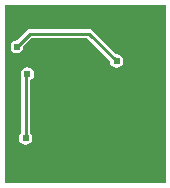
<source format=gbl>
%FSLAX24Y24*%
%MOIN*%
G70*
G01*
G75*
G04 Layer_Physical_Order=2*
G04 Layer_Color=16711680*
%ADD10R,0.0400X0.0370*%
%ADD11R,0.0315X0.0295*%
%ADD12R,0.0197X0.0236*%
%ADD13R,0.0197X0.0256*%
%ADD14R,0.0295X0.0315*%
G04:AMPARAMS|DCode=15|XSize=19.7mil|YSize=23.6mil|CornerRadius=0mil|HoleSize=0mil|Usage=FLASHONLY|Rotation=45.000|XOffset=0mil|YOffset=0mil|HoleType=Round|Shape=Rectangle|*
%AMROTATEDRECTD15*
4,1,4,0.0014,-0.0153,-0.0153,0.0014,-0.0014,0.0153,0.0153,-0.0014,0.0014,-0.0153,0.0*
%
%ADD15ROTATEDRECTD15*%

G04:AMPARAMS|DCode=16|XSize=47.2mil|YSize=43.3mil|CornerRadius=0mil|HoleSize=0mil|Usage=FLASHONLY|Rotation=225.000|XOffset=0mil|YOffset=0mil|HoleType=Round|Shape=Rectangle|*
%AMROTATEDRECTD16*
4,1,4,0.0014,0.0320,0.0320,0.0014,-0.0014,-0.0320,-0.0320,-0.0014,0.0014,0.0320,0.0*
%
%ADD16ROTATEDRECTD16*%

%ADD17O,0.0256X0.0079*%
%ADD18O,0.0079X0.0256*%
%ADD19R,0.1850X0.1850*%
%ADD20R,0.0236X0.0197*%
%ADD21C,0.0090*%
%ADD22C,0.0150*%
%ADD23C,0.0060*%
%ADD24C,0.0080*%
%ADD25C,0.0370*%
%ADD26C,0.0240*%
%ADD27C,0.0260*%
G36*
X2668Y-2427D02*
X-2697D01*
Y3526D01*
X2668D01*
Y-2427D01*
D02*
G37*
%LPC*%
G36*
X-1950Y1444D02*
X-2036Y1427D01*
X-2109Y1379D01*
X-2157Y1306D01*
X-2174Y1220D01*
X-2158Y1137D01*
Y-754D01*
X-2169Y-761D01*
X-2217Y-834D01*
X-2234Y-920D01*
X-2217Y-1006D01*
X-2169Y-1079D01*
X-2096Y-1127D01*
X-2010Y-1144D01*
X-1924Y-1127D01*
X-1851Y-1079D01*
X-1803Y-1006D01*
X-1786Y-920D01*
X-1803Y-834D01*
X-1851Y-761D01*
X-1862Y-754D01*
Y1014D01*
X-1791Y1061D01*
X-1743Y1134D01*
X-1726Y1220D01*
X-1743Y1306D01*
X-1791Y1379D01*
X-1864Y1427D01*
X-1950Y1444D01*
D02*
G37*
G36*
X100Y2718D02*
X-1870D01*
X-1927Y2707D01*
X-1975Y2675D01*
X-2297Y2352D01*
X-2310Y2354D01*
X-2396Y2337D01*
X-2469Y2289D01*
X-2517Y2216D01*
X-2534Y2130D01*
X-2517Y2044D01*
X-2469Y1971D01*
X-2396Y1923D01*
X-2310Y1906D01*
X-2224Y1923D01*
X-2151Y1971D01*
X-2103Y2044D01*
X-2086Y2130D01*
X-2088Y2143D01*
X-1809Y2422D01*
X39D01*
X798Y1663D01*
X796Y1650D01*
X813Y1564D01*
X861Y1491D01*
X934Y1443D01*
X1020Y1426D01*
X1106Y1443D01*
X1179Y1491D01*
X1227Y1564D01*
X1244Y1650D01*
X1227Y1736D01*
X1179Y1809D01*
X1106Y1857D01*
X1020Y1874D01*
X1007Y1872D01*
X205Y2675D01*
X157Y2707D01*
X100Y2718D01*
D02*
G37*
%LPD*%
D21*
X-2010Y1160D02*
X-1950Y1220D01*
X100Y2570D02*
X1020Y1650D01*
X-1870Y2570D02*
X100D01*
X-2310Y2130D02*
X-1870Y2570D01*
X-2010Y-910D02*
Y1160D01*
D26*
X-1200Y1290D02*
D03*
X-2580Y-960D02*
D03*
X-2580Y-2310D02*
D03*
X-1590Y3410D02*
D03*
X40Y2980D02*
D03*
X-2310Y2130D02*
D03*
X-1950Y1220D02*
D03*
X2550Y-1480D02*
D03*
X1620Y-1480D02*
D03*
X-1590Y2130D02*
D03*
X-2010Y-920D02*
D03*
X-70Y2190D02*
D03*
X1020Y1650D02*
D03*
X-1120Y-1200D02*
D03*
X1410Y2250D02*
D03*
X-2020Y-1320D02*
D03*
X-2580Y3410D02*
D03*
X2070Y3400D02*
D03*
X-2610Y2130D02*
D03*
X1730Y2880D02*
D03*
X2550Y1550D02*
D03*
Y2290D02*
D03*
Y-2310D02*
D03*
X1620D02*
D03*
X-880D02*
D03*
X2550Y700D02*
D03*
D27*
X-709Y709D02*
D03*
X-236D02*
D03*
X236D02*
D03*
X709D02*
D03*
X-709Y236D02*
D03*
X-236D02*
D03*
X236D02*
D03*
X709D02*
D03*
X-709Y-236D02*
D03*
X-236D02*
D03*
X236D02*
D03*
X709D02*
D03*
X-709Y-709D02*
D03*
X-236D02*
D03*
X236D02*
D03*
X709D02*
D03*
M02*

</source>
